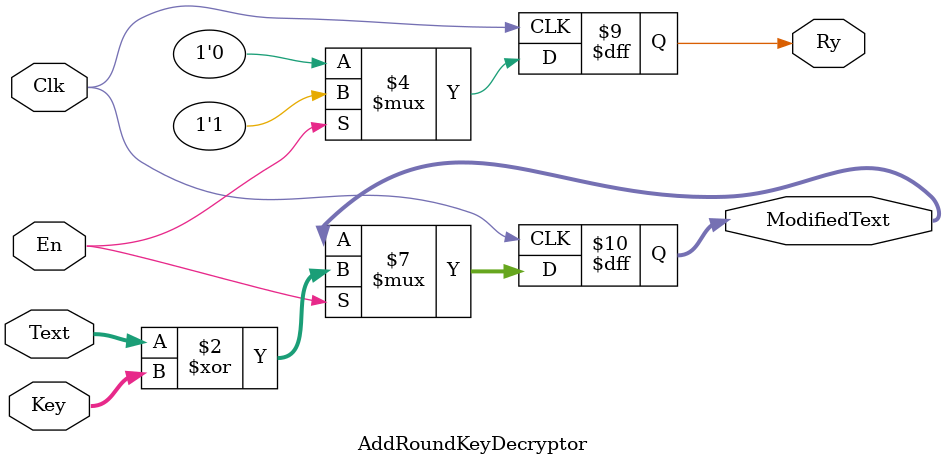
<source format=v>
`timescale 1ns / 1ps
module AddRoundKeyDecryptor(
	input En,
	input Clk,
	input [127:0] Key,
	input [127:0] Text,
	output reg Ry,
//	input Rst,
	output reg [127:0] ModifiedText
    );

always @ (posedge Clk)
    begin
//       if (Rst) //En caso de necesitar Rst
//       begin
//	       ModifiedText = 0;
//	       Ry = 0; 
//	   end
//	   else
//	   begin 
	       if (En)
	       begin
	           ModifiedText = Text ^ Key;
	           Ry = 1; 
	       end
	       else
	           Ry= 0;
//	   end
    end
endmodule

</source>
